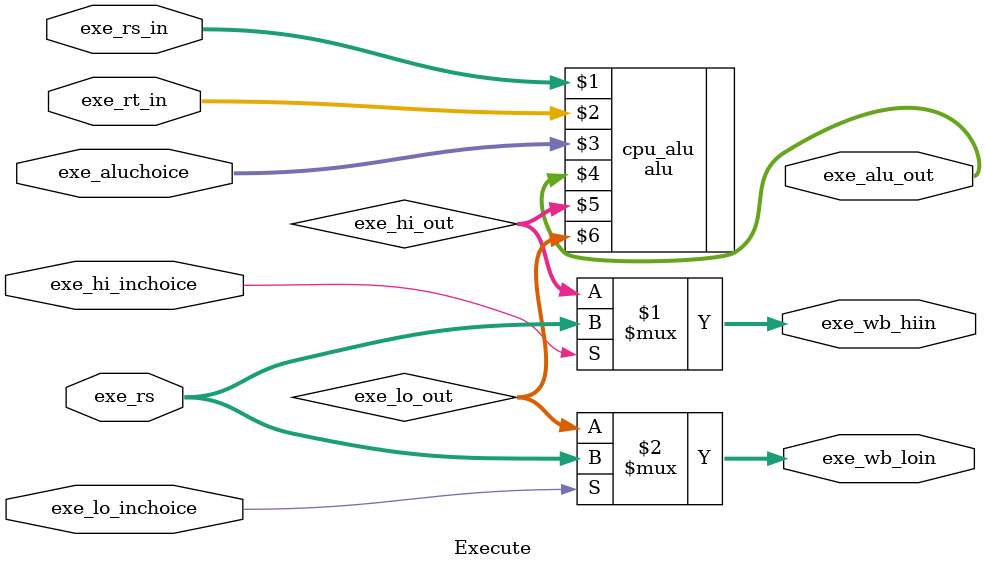
<source format=v>
`timescale 1ns / 1ps
module Execute(
    input [31:0]exe_rs_in,
    input [31:0]exe_rt_in,
    input [4:0]exe_aluchoice,

    //writeback
    input exe_hi_inchoice,
    input exe_lo_inchoice,
    input [31:0]exe_rs,

    output [31:0]exe_alu_out,

    //writeback
    output [31:0]exe_wb_hiin,
    output [31:0]exe_wb_loin
    );
    wire [31:0]exe_hi_out;
    wire [31:0]exe_lo_out;
    alu cpu_alu(
        exe_rs_in, 
        exe_rt_in, 
        exe_aluchoice, 
        exe_alu_out, 
        exe_hi_out, 
        exe_lo_out
    );

    assign exe_wb_hiin = exe_hi_inchoice ? exe_rs : exe_hi_out;
    assign exe_wb_loin = exe_lo_inchoice ? exe_rs : exe_lo_out;

endmodule

</source>
